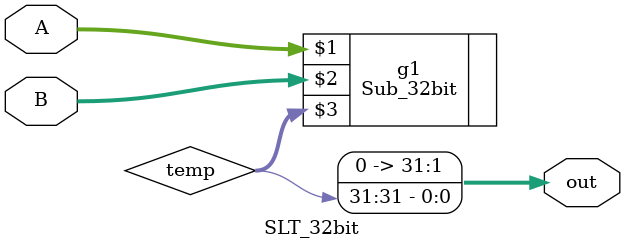
<source format=v>
`timescale 1ns / 1ps


module SLT_32bit(A,B,out);
    input [31:0] A,B;
    output [31:0] out;
    wire [31:0] temp;
    assign out[31:1] = 31'b0;
    Sub_32bit g1(A,B,temp);
    
    assign out[0] = temp[31];    
    
endmodule

</source>
